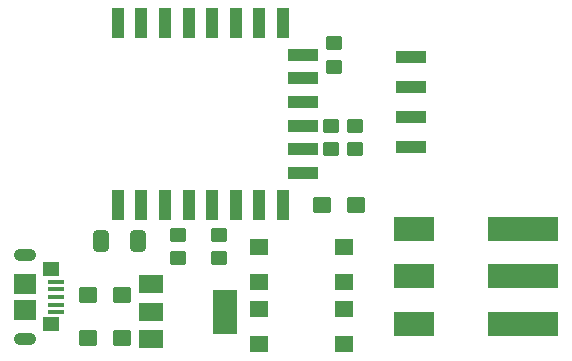
<source format=gts>
%TF.GenerationSoftware,KiCad,Pcbnew,(6.0.0)*%
%TF.CreationDate,2023-04-27T21:52:48-07:00*%
%TF.ProjectId,dumpster_fire_shelf_led_controller,64756d70-7374-4657-925f-666972655f73,rev?*%
%TF.SameCoordinates,Original*%
%TF.FileFunction,Soldermask,Top*%
%TF.FilePolarity,Negative*%
%FSLAX46Y46*%
G04 Gerber Fmt 4.6, Leading zero omitted, Abs format (unit mm)*
G04 Created by KiCad (PCBNEW (6.0.0)) date 2023-04-27 21:52:48*
%MOMM*%
%LPD*%
G01*
G04 APERTURE LIST*
G04 Aperture macros list*
%AMRoundRect*
0 Rectangle with rounded corners*
0 $1 Rounding radius*
0 $2 $3 $4 $5 $6 $7 $8 $9 X,Y pos of 4 corners*
0 Add a 4 corners polygon primitive as box body*
4,1,4,$2,$3,$4,$5,$6,$7,$8,$9,$2,$3,0*
0 Add four circle primitives for the rounded corners*
1,1,$1+$1,$2,$3*
1,1,$1+$1,$4,$5*
1,1,$1+$1,$6,$7*
1,1,$1+$1,$8,$9*
0 Add four rect primitives between the rounded corners*
20,1,$1+$1,$2,$3,$4,$5,0*
20,1,$1+$1,$4,$5,$6,$7,0*
20,1,$1+$1,$6,$7,$8,$9,0*
20,1,$1+$1,$8,$9,$2,$3,0*%
G04 Aperture macros list end*
%ADD10RoundRect,0.250000X0.537500X0.425000X-0.537500X0.425000X-0.537500X-0.425000X0.537500X-0.425000X0*%
%ADD11R,1.600000X1.400000*%
%ADD12RoundRect,0.250000X-0.537500X-0.425000X0.537500X-0.425000X0.537500X0.425000X-0.537500X0.425000X0*%
%ADD13RoundRect,0.250000X0.450000X-0.350000X0.450000X0.350000X-0.450000X0.350000X-0.450000X-0.350000X0*%
%ADD14RoundRect,0.250000X-0.412500X-0.650000X0.412500X-0.650000X0.412500X0.650000X-0.412500X0.650000X0*%
%ADD15R,6.000000X2.000000*%
%ADD16R,3.500000X2.000000*%
%ADD17R,2.500000X1.000000*%
%ADD18RoundRect,0.250000X-0.450000X0.350000X-0.450000X-0.350000X0.450000X-0.350000X0.450000X0.350000X0*%
%ADD19R,1.100000X2.500000*%
%ADD20R,2.500000X1.100000*%
%ADD21R,1.400000X0.400000*%
%ADD22R,1.900000X1.750000*%
%ADD23R,1.450000X1.150000*%
%ADD24O,1.900000X1.050000*%
%ADD25R,2.000000X1.500000*%
%ADD26R,2.000000X3.800000*%
G04 APERTURE END LIST*
D10*
%TO.C,C2*%
X183237500Y-98600000D03*
X180362500Y-98600000D03*
%TD*%
D11*
%TO.C,FLASH1*%
X202100000Y-102750000D03*
X194900000Y-102750000D03*
X202100000Y-99750000D03*
X194900000Y-99750000D03*
%TD*%
D12*
%TO.C,C3*%
X200250000Y-91000000D03*
X203125000Y-91000000D03*
%TD*%
D13*
%TO.C,R1*%
X191500000Y-95500000D03*
X191500000Y-93500000D03*
%TD*%
D14*
%TO.C,C4*%
X181500000Y-94000000D03*
X184625000Y-94000000D03*
%TD*%
D15*
%TO.C,J3*%
X217250000Y-101012500D03*
D16*
X208000000Y-101012500D03*
D15*
X217250000Y-97012500D03*
D16*
X208000000Y-97012500D03*
X208000000Y-93012500D03*
D15*
X217250000Y-93012500D03*
%TD*%
D10*
%TO.C,C1*%
X183250000Y-102250000D03*
X180375000Y-102250000D03*
%TD*%
D17*
%TO.C,J2*%
X207725000Y-78440000D03*
X207725000Y-80980000D03*
X207725000Y-83520000D03*
X207725000Y-86060000D03*
%TD*%
D11*
%TO.C,RESET1*%
X194900000Y-97500000D03*
X202100000Y-97500000D03*
X202100000Y-94500000D03*
X194900000Y-94500000D03*
%TD*%
D18*
%TO.C,R5*%
X203000000Y-84250000D03*
X203000000Y-86250000D03*
%TD*%
%TO.C,R4*%
X201000000Y-84250000D03*
X201000000Y-86250000D03*
%TD*%
D13*
%TO.C,R3*%
X201250000Y-79250000D03*
X201250000Y-77250000D03*
%TD*%
D19*
%TO.C,U2*%
X182912500Y-90950000D03*
X184912500Y-90950000D03*
X186912500Y-90950000D03*
X188912500Y-90950000D03*
X190912500Y-90950000D03*
X192912500Y-90950000D03*
X194912500Y-90950000D03*
X196912500Y-90950000D03*
X196912500Y-75550000D03*
X194912500Y-75550000D03*
X192912500Y-75550000D03*
X190912500Y-75550000D03*
X188912500Y-75550000D03*
X186912500Y-75550000D03*
X184912500Y-75550000D03*
X182912500Y-75550000D03*
D20*
X198612500Y-88260000D03*
X198612500Y-86260000D03*
X198612500Y-84260000D03*
X198612500Y-82260000D03*
X198612500Y-80260000D03*
X198612500Y-78260000D03*
%TD*%
D21*
%TO.C,J1*%
X177700000Y-97450000D03*
X177700000Y-98100000D03*
X177700000Y-98750000D03*
X177700000Y-99400000D03*
X177700000Y-100050000D03*
D22*
X175050000Y-97625000D03*
D23*
X177280000Y-101070000D03*
D24*
X175050000Y-95175000D03*
D23*
X177280000Y-96430000D03*
D22*
X175050000Y-99875000D03*
D24*
X175050000Y-102325000D03*
%TD*%
D13*
%TO.C,R2*%
X188000000Y-95500000D03*
X188000000Y-93500000D03*
%TD*%
D25*
%TO.C,U1*%
X185700000Y-97700000D03*
X185700000Y-100000000D03*
D26*
X192000000Y-100000000D03*
D25*
X185700000Y-102300000D03*
%TD*%
M02*

</source>
